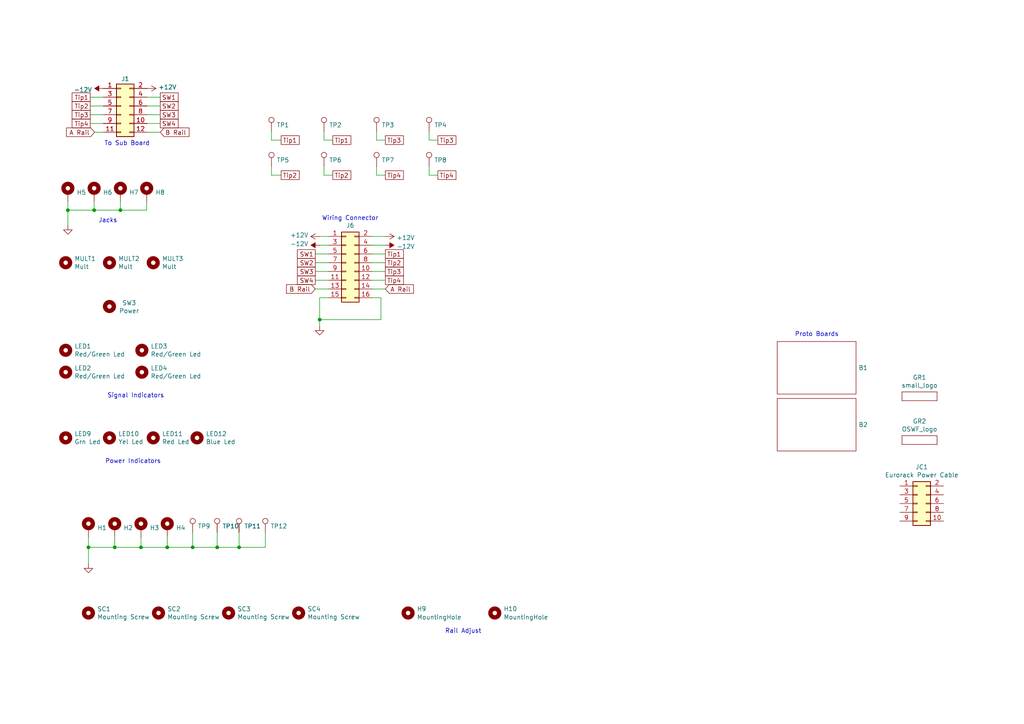
<source format=kicad_sch>
(kicad_sch (version 20231120) (generator "eeschema") (generator_version "8.0")
  (paper "A4")
  (title_block (title "PBJ EU") (rev "9.0") (company "Greenface Labs"))
  (lib_symbols
    (symbol "Connector:TestPoint" (pin_numbers hide) (pin_names (offset 0.762) hide)
      (property "Reference" "TP" (at 0 6.858 0))
      (property "Value" "TestPoint" (at 0 5.08 0))
      (symbol "TestPoint_0_1"
        (circle (center 0 3.302) (radius 0.762))
      )
      (symbol "TestPoint_1_1"
        (pin passive line (at 0 0 90) (length 2.54) (name "1") (number "1"))
      )
    )
    (symbol "Connector_Generic:Conn_02x05_Odd_Even" (pin_names (offset 1.016) hide)
      (property "Reference" "J" (at 1.27 7.62 0))
      (property "Value" "Conn_02x05_Odd_Even" (at 1.27 -7.62 0))
      (symbol "Conn_02x05_Odd_Even_1_1"
        (rectangle (start -1.27 -4.953) (end 0 -5.207) (stroke (width 0.1524)))
        (rectangle (start -1.27 -2.413) (end 0 -2.667) (stroke (width 0.1524)))
        (rectangle (start -1.27 0.127) (end 0 -0.127) (stroke (width 0.1524)))
        (rectangle (start -1.27 2.667) (end 0 2.413) (stroke (width 0.1524)))
        (rectangle (start -1.27 5.207) (end 0 4.953) (stroke (width 0.1524)))
        (rectangle (start -1.27 6.35) (end 3.81 -6.35) (stroke (width 0.254)) (fill (type background)))
        (rectangle (start 3.81 -4.953) (end 2.54 -5.207) (stroke (width 0.1524)))
        (rectangle (start 3.81 -2.413) (end 2.54 -2.667) (stroke (width 0.1524)))
        (rectangle (start 3.81 0.127) (end 2.54 -0.127) (stroke (width 0.1524)))
        (rectangle (start 3.81 2.667) (end 2.54 2.413) (stroke (width 0.1524)))
        (rectangle (start 3.81 5.207) (end 2.54 4.953) (stroke (width 0.1524)))
        (pin passive line (at -5.08 5.08 0) (length 3.81) (name "Pin_1") (number "1"))
        (pin passive line (at 7.62 -5.08 180) (length 3.81) (name "Pin_10") (number "10"))
        (pin passive line (at 7.62 5.08 180) (length 3.81) (name "Pin_2") (number "2"))
        (pin passive line (at -5.08 2.54 0) (length 3.81) (name "Pin_3") (number "3"))
        (pin passive line (at 7.62 2.54 180) (length 3.81) (name "Pin_4") (number "4"))
        (pin passive line (at -5.08 0 0) (length 3.81) (name "Pin_5") (number "5"))
        (pin passive line (at 7.62 0 180) (length 3.81) (name "Pin_6") (number "6"))
        (pin passive line (at -5.08 -2.54 0) (length 3.81) (name "Pin_7") (number "7"))
        (pin passive line (at 7.62 -2.54 180) (length 3.81) (name "Pin_8") (number "8"))
        (pin passive line (at -5.08 -5.08 0) (length 3.81) (name "Pin_9") (number "9"))
      )
    )
    (symbol "Connector_Generic:Conn_02x06_Odd_Even" (pin_names (offset 1.016) hide)
      (property "Reference" "J" (at 1.27 7.62 0))
      (property "Value" "Conn_02x06_Odd_Even" (at 1.27 -10.16 0))
      (symbol "Conn_02x06_Odd_Even_1_1"
        (rectangle (start -1.27 -7.493) (end 0 -7.747) (stroke (width 0.1524)))
        (rectangle (start -1.27 -4.953) (end 0 -5.207) (stroke (width 0.1524)))
        (rectangle (start -1.27 -2.413) (end 0 -2.667) (stroke (width 0.1524)))
        (rectangle (start -1.27 0.127) (end 0 -0.127) (stroke (width 0.1524)))
        (rectangle (start -1.27 2.667) (end 0 2.413) (stroke (width 0.1524)))
        (rectangle (start -1.27 5.207) (end 0 4.953) (stroke (width 0.1524)))
        (rectangle (start -1.27 6.35) (end 3.81 -8.89) (stroke (width 0.254)) (fill (type background)))
        (rectangle (start 3.81 -7.493) (end 2.54 -7.747) (stroke (width 0.1524)))
        (rectangle (start 3.81 -4.953) (end 2.54 -5.207) (stroke (width 0.1524)))
        (rectangle (start 3.81 -2.413) (end 2.54 -2.667) (stroke (width 0.1524)))
        (rectangle (start 3.81 0.127) (end 2.54 -0.127) (stroke (width 0.1524)))
        (rectangle (start 3.81 2.667) (end 2.54 2.413) (stroke (width 0.1524)))
        (rectangle (start 3.81 5.207) (end 2.54 4.953) (stroke (width 0.1524)))
        (pin passive line (at -5.08 5.08 0) (length 3.81) (name "Pin_1") (number "1"))
        (pin passive line (at 7.62 -5.08 180) (length 3.81) (name "Pin_10") (number "10"))
        (pin passive line (at -5.08 -7.62 0) (length 3.81) (name "Pin_11") (number "11"))
        (pin passive line (at 7.62 -7.62 180) (length 3.81) (name "Pin_12") (number "12"))
        (pin passive line (at 7.62 5.08 180) (length 3.81) (name "Pin_2") (number "2"))
        (pin passive line (at -5.08 2.54 0) (length 3.81) (name "Pin_3") (number "3"))
        (pin passive line (at 7.62 2.54 180) (length 3.81) (name "Pin_4") (number "4"))
        (pin passive line (at -5.08 0 0) (length 3.81) (name "Pin_5") (number "5"))
        (pin passive line (at 7.62 0 180) (length 3.81) (name "Pin_6") (number "6"))
        (pin passive line (at -5.08 -2.54 0) (length 3.81) (name "Pin_7") (number "7"))
        (pin passive line (at 7.62 -2.54 180) (length 3.81) (name "Pin_8") (number "8"))
        (pin passive line (at -5.08 -5.08 0) (length 3.81) (name "Pin_9") (number "9"))
      )
    )
    (symbol "Mechanical:MountingHole" (pin_names (offset 1.016))
      (property "Reference" "H" (at 0 5.08 0))
      (property "Value" "MountingHole" (at 0 3.175 0))
      (symbol "MountingHole_0_1"
        (circle (center 0 0) (radius 1.27) (stroke (width 1.27)))
      )
    )
    (symbol "Mechanical:MountingHole_Pad" (pin_numbers hide) (pin_names (offset 1.016) hide)
      (property "Reference" "H" (at 0 6.35 0))
      (property "Value" "MountingHole_Pad" (at 0 4.445 0))
      (symbol "MountingHole_Pad_0_1"
        (circle (center 0 1.27) (radius 1.27) (stroke (width 1.27)))
      )
      (symbol "MountingHole_Pad_1_1"
        (pin input line (at 0 -2.54 90) (length 2.54) (name "1") (number "1"))
      )
    )
    (symbol "greenface-symbols:Breadboard_400" (pin_names (offset 1.016))
      (property "Reference" "B" (at 0 0 0))
      (property "Value" "Breadboard_400" (at 0 0 0))
      (symbol "Breadboard_400_0_1"
        (rectangle (start -11.43 7.62) (end 11.43 -7.62))
      )
    )
    (symbol "greenface-symbols:Conn_02x08_Odd_Even_Female" (pin_names (offset 1.016) hide)
      (property "Reference" "J" (at 1.27 10.16 0))
      (property "Value" "Conn_02x08_Odd_Even_Female" (at 1.27 -12.7 0))
      (symbol "Conn_02x08_Odd_Even_Female_1_1"
        (rectangle (start -1.27 -10.033) (end 0 -10.287) (stroke (width 0.1524)))
        (rectangle (start -1.27 -7.493) (end 0 -7.747) (stroke (width 0.1524)))
        (rectangle (start -1.27 -4.953) (end 0 -5.207) (stroke (width 0.1524)))
        (rectangle (start -1.27 -2.413) (end 0 -2.667) (stroke (width 0.1524)))
        (rectangle (start -1.27 0.127) (end 0 -0.127) (stroke (width 0.1524)))
        (rectangle (start -1.27 2.667) (end 0 2.413) (stroke (width 0.1524)))
        (rectangle (start -1.27 5.207) (end 0 4.953) (stroke (width 0.1524)))
        (rectangle (start -1.27 7.747) (end 0 7.493) (stroke (width 0.1524)))
        (rectangle (start -1.27 8.89) (end 3.81 -11.43) (stroke (width 0.254)) (fill (type background)))
        (rectangle (start 3.81 -10.033) (end 2.54 -10.287) (stroke (width 0.1524)))
        (rectangle (start 3.81 -7.493) (end 2.54 -7.747) (stroke (width 0.1524)))
        (rectangle (start 3.81 -4.953) (end 2.54 -5.207) (stroke (width 0.1524)))
        (rectangle (start 3.81 -2.413) (end 2.54 -2.667) (stroke (width 0.1524)))
        (rectangle (start 3.81 0.127) (end 2.54 -0.127) (stroke (width 0.1524)))
        (rectangle (start 3.81 2.667) (end 2.54 2.413) (stroke (width 0.1524)))
        (rectangle (start 3.81 5.207) (end 2.54 4.953) (stroke (width 0.1524)))
        (rectangle (start 3.81 7.747) (end 2.54 7.493) (stroke (width 0.1524)))
        (pin passive line (at -5.08 7.62 0) (length 3.81) (name "Pin_1") (number "1"))
        (pin passive line (at 7.62 -2.54 180) (length 3.81) (name "Pin_10") (number "10"))
        (pin passive line (at -5.08 -5.08 0) (length 3.81) (name "Pin_11") (number "11"))
        (pin passive line (at 7.62 -5.08 180) (length 3.81) (name "Pin_12") (number "12"))
        (pin passive line (at -5.08 -7.62 0) (length 3.81) (name "Pin_13") (number "13"))
        (pin passive line (at 7.62 -7.62 180) (length 3.81) (name "Pin_14") (number "14"))
        (pin passive line (at -5.08 -10.16 0) (length 3.81) (name "Pin_15") (number "15"))
        (pin passive line (at 7.62 -10.16 180) (length 3.81) (name "Pin_16") (number "16"))
        (pin passive line (at 7.62 7.62 180) (length 3.81) (name "Pin_2") (number "2"))
        (pin passive line (at -5.08 5.08 0) (length 3.81) (name "Pin_3") (number "3"))
        (pin passive line (at 7.62 5.08 180) (length 3.81) (name "Pin_4") (number "4"))
        (pin passive line (at -5.08 2.54 0) (length 3.81) (name "Pin_5") (number "5"))
        (pin passive line (at 7.62 2.54 180) (length 3.81) (name "Pin_6") (number "6"))
        (pin passive line (at -5.08 0 0) (length 3.81) (name "Pin_7") (number "7"))
        (pin passive line (at 7.62 0 180) (length 3.81) (name "Pin_8") (number "8"))
        (pin passive line (at -5.08 -2.54 0) (length 3.81) (name "Pin_9") (number "9"))
      )
    )
    (symbol "greenface-symbols:small_logo" (pin_numbers hide) (pin_names (offset 0) hide)
      (property "Reference" "GR" (at 0 -2.54 0))
      (property "Value" "small_logo" (at 0 0 0))
      (symbol "small_logo_0_1"
        (rectangle (start -5.08 -1.27) (end -5.08 1.27))
        (rectangle (start -5.08 1.27) (end 5.08 1.27))
        (rectangle (start 5.08 -1.27) (end -5.08 -1.27))
        (rectangle (start 5.08 1.27) (end 5.08 -1.27))
      )
    )
    (symbol "power:+12V" (power) (pin_names (offset 0))
      (property "Value" "+12V" (at 0 3.556 0))
      (symbol "+12V_0_1"
        (polyline (pts (xy -0.762 1.27) (xy 0 2.54)))
        (polyline (pts (xy 0 0) (xy 0 2.54)))
        (polyline (pts (xy 0 2.54) (xy 0.762 1.27)))
      )
      (symbol "+12V_1_1"
        (pin power_in line (at 0 0 90) (length 0) hide (name "+12V") (number "1"))
      )
    )
    (symbol "power:-12V" (power) (pin_names (offset 0))
      (property "Value" "-12V" (at 0 3.81 0))
      (symbol "-12V_0_0"
        (pin power_in line (at 0 0 90) (length 0) hide (name "-12V") (number "1"))
      )
      (symbol "-12V_0_1"
        (polyline (pts (xy 0 0) (xy 0 1.27) (xy 0.762 1.27) (xy 0 2.54) (xy -0.762 1.27) (xy 0 1.27)) (fill (type outline)))
      )
    )
    (symbol "power:GND" (power) (pin_names (offset 0))
      (property "Value" "GND" (at 0 -3.81 0))
      (symbol "GND_0_1"
        (polyline (pts (xy 0 0) (xy 0 -1.27) (xy 1.27 -1.27) (xy 0 -2.54) (xy -1.27 -1.27) (xy 0 -1.27)))
      )
      (symbol "GND_1_1"
        (pin power_in line (at 0 0 270) (length 0) hide (name "GND") (number "1"))
      )
    )
  )
  (junction (at 25.654 158.75))
  (junction (at 33.274 158.75))
  (junction (at 69.342 158.75))
  (junction (at 62.992 158.75))
  (junction (at 48.514 158.75))
  (junction (at 92.71 92.71))
  (junction (at 40.894 158.75))
  (junction (at 19.685 60.96))
  (junction (at 27.305 60.96))
  (junction (at 34.925 60.96))
  (junction (at 55.88 158.75))
  (wire (pts (xy 25.654 155.702) (xy 25.654 158.75)))
  (wire (pts (xy 33.274 158.75) (xy 40.894 158.75)))
  (wire (pts (xy 111.76 78.74) (xy 107.95 78.74)))
  (wire (pts (xy 95.25 76.2) (xy 91.44 76.2)))
  (wire (pts (xy 95.25 73.66) (xy 91.44 73.66)))
  (wire (pts (xy 109.22 40.64) (xy 109.22 38.1)))
  (wire (pts (xy 95.25 78.74) (xy 91.44 78.74)))
  (wire (pts (xy 127 40.64) (xy 124.46 40.64)))
  (wire (pts (xy 95.25 86.36) (xy 92.71 86.36)))
  (wire (pts (xy 110.49 86.36) (xy 107.95 86.36)))
  (wire (pts (xy 91.44 83.82) (xy 95.25 83.82)))
  (wire (pts (xy 48.514 158.75) (xy 48.514 155.702)))
  (wire (pts (xy 19.685 60.96) (xy 19.685 65.405)))
  (wire (pts (xy 26.162 28.194) (xy 29.972 28.194)))
  (wire (pts (xy 93.98 50.8) (xy 93.98 48.26)))
  (wire (pts (xy 92.71 92.71) (xy 110.49 92.71)))
  (wire (pts (xy 111.76 81.28) (xy 107.95 81.28)))
  (wire (pts (xy 26.162 35.814) (xy 29.972 35.814)))
  (wire (pts (xy 127 50.8) (xy 124.46 50.8)))
  (wire (pts (xy 111.76 68.58) (xy 107.95 68.58)))
  (wire (pts (xy 76.962 154.432) (xy 76.962 158.75)))
  (wire (pts (xy 25.654 158.75) (xy 25.654 163.576)))
  (wire (pts (xy 110.49 92.71) (xy 110.49 86.36)))
  (wire (pts (xy 19.685 58.42) (xy 19.685 60.96)))
  (wire (pts (xy 78.74 48.26) (xy 78.74 50.8)))
  (wire (pts (xy 96.52 40.64) (xy 93.98 40.64)))
  (wire (pts (xy 92.71 92.71) (xy 92.71 94.615)))
  (wire (pts (xy 42.672 28.194) (xy 46.482 28.194)))
  (wire (pts (xy 111.76 50.8) (xy 109.22 50.8)))
  (wire (pts (xy 95.25 68.58) (xy 92.71 68.58)))
  (wire (pts (xy 78.74 40.64) (xy 78.74 38.1)))
  (wire (pts (xy 26.162 33.274) (xy 29.972 33.274)))
  (wire (pts (xy 78.74 50.8) (xy 81.534 50.8)))
  (wire (pts (xy 34.925 58.42) (xy 34.925 60.96)))
  (wire (pts (xy 26.162 30.734) (xy 29.972 30.734)))
  (wire (pts (xy 40.894 155.702) (xy 40.894 158.75)))
  (wire (pts (xy 42.545 60.96) (xy 42.545 58.42)))
  (wire (pts (xy 92.71 71.12) (xy 95.25 71.12)))
  (wire (pts (xy 27.432 38.354) (xy 29.972 38.354)))
  (wire (pts (xy 92.71 86.36) (xy 92.71 92.71)))
  (wire (pts (xy 62.992 154.432) (xy 62.992 158.75)))
  (wire (pts (xy 27.305 60.96) (xy 34.925 60.96)))
  (wire (pts (xy 96.52 50.8) (xy 93.98 50.8)))
  (wire (pts (xy 62.992 158.75) (xy 69.342 158.75)))
  (wire (pts (xy 33.274 155.702) (xy 33.274 158.75)))
  (wire (pts (xy 107.95 83.82) (xy 111.76 83.82)))
  (wire (pts (xy 93.98 40.64) (xy 93.98 38.1)))
  (wire (pts (xy 81.534 40.64) (xy 78.74 40.64)))
  (wire (pts (xy 95.25 81.28) (xy 91.44 81.28)))
  (wire (pts (xy 55.88 154.432) (xy 55.88 158.75)))
  (wire (pts (xy 76.962 158.75) (xy 69.342 158.75)))
  (wire (pts (xy 111.76 40.64) (xy 109.22 40.64)))
  (wire (pts (xy 124.46 40.64) (xy 124.46 38.1)))
  (wire (pts (xy 111.76 76.2) (xy 107.95 76.2)))
  (wire (pts (xy 27.305 58.42) (xy 27.305 60.96)))
  (wire (pts (xy 25.654 158.75) (xy 33.274 158.75)))
  (wire (pts (xy 42.672 35.814) (xy 46.482 35.814)))
  (wire (pts (xy 19.685 60.96) (xy 27.305 60.96)))
  (wire (pts (xy 107.95 71.12) (xy 111.76 71.12)))
  (wire (pts (xy 42.672 33.274) (xy 46.482 33.274)))
  (wire (pts (xy 40.894 158.75) (xy 48.514 158.75)))
  (wire (pts (xy 42.672 38.354) (xy 46.482 38.354)))
  (wire (pts (xy 42.672 30.734) (xy 46.482 30.734)))
  (wire (pts (xy 124.46 50.8) (xy 124.46 48.26)))
  (wire (pts (xy 69.342 154.432) (xy 69.342 158.75)))
  (wire (pts (xy 111.76 73.66) (xy 107.95 73.66)))
  (wire (pts (xy 34.925 60.96) (xy 42.545 60.96)))
  (wire (pts (xy 48.514 158.75) (xy 55.88 158.75)))
  (wire (pts (xy 55.88 158.75) (xy 62.992 158.75)))
  (wire (pts (xy 109.22 50.8) (xy 109.22 48.26)))
  (text "Proto Boards" (at 230.505 97.79 0) (effects (font (size 1.27 1.27)) (justify left bottom)))
  (text "Wiring Connector" (at 93.345 64.135 0) (effects (font (size 1.27 1.27)) (justify left bottom)))
  (text "Power Indicators" (at 30.48 134.62 0) (effects (font (size 1.27 1.27)) (justify left bottom)))
  (text "To Sub Board" (at 30.226 42.418 0) (effects (font (size 1.27 1.27)) (justify left bottom)))
  (text "Rail Adjust" (at 134.366 183.134 0) (effects (font (size 1.27 1.27))))
  (text "Jacks" (at 28.575 64.77 0) (effects (font (size 1.27 1.27)) (justify left bottom)))
  (text "Signal Indicators" (at 31.115 115.57 0) (effects (font (size 1.27 1.27)) (justify left bottom)))
  (global_label "Tip2" (shape passive) (at 111.76 76.2 0) (property "Intersheetrefs" "${INTERSHEET_REFS}" (effects (hide yes))))
  (global_label "B Rail" (shape input) (at 46.482 38.354 0) (property "Intersheetrefs" "${INTERSHEET_REFS}" (effects (hide yes))))
  (global_label "Tip4" (shape passive) (at 111.76 81.28 0) (property "Intersheetrefs" "${INTERSHEET_REFS}" (effects (hide yes))))
  (global_label "Tip4" (shape passive) (at 111.76 50.8 0) (property "Intersheetrefs" "${INTERSHEET_REFS}" (effects (hide yes))))
  (global_label "Tip2" (shape passive) (at 26.162 30.734 180) (property "Intersheetrefs" "${INTERSHEET_REFS}" (effects (hide yes))))
  (global_label "Tip4" (shape passive) (at 127 50.8 0) (property "Intersheetrefs" "${INTERSHEET_REFS}" (effects (hide yes))))
  (global_label "SW2" (shape passive) (at 46.482 30.734 0) (property "Intersheetrefs" "${INTERSHEET_REFS}" (effects (hide yes))))
  (global_label "Tip2" (shape passive) (at 96.52 50.8 0) (property "Intersheetrefs" "${INTERSHEET_REFS}" (effects (hide yes))))
  (global_label "A Rail" (shape input) (at 111.76 83.82 0) (property "Intersheetrefs" "${INTERSHEET_REFS}" (effects (hide yes))))
  (global_label "Tip1" (shape passive) (at 81.534 40.64 0) (property "Intersheetrefs" "${INTERSHEET_REFS}" (effects (hide yes))))
  (global_label "Tip1" (shape passive) (at 26.162 28.194 180) (property "Intersheetrefs" "${INTERSHEET_REFS}" (effects (hide yes))))
  (global_label "Tip3" (shape passive) (at 127 40.64 0) (property "Intersheetrefs" "${INTERSHEET_REFS}" (effects (hide yes))))
  (global_label "Tip3" (shape passive) (at 26.162 33.274 180) (property "Intersheetrefs" "${INTERSHEET_REFS}" (effects (hide yes))))
  (global_label "Tip1" (shape passive) (at 111.76 73.66 0) (property "Intersheetrefs" "${INTERSHEET_REFS}" (effects (hide yes))))
  (global_label "Tip2" (shape passive) (at 81.534 50.8 0) (property "Intersheetrefs" "${INTERSHEET_REFS}" (effects (hide yes))))
  (global_label "SW4" (shape passive) (at 46.482 35.814 0) (property "Intersheetrefs" "${INTERSHEET_REFS}" (effects (hide yes))))
  (global_label "Tip4" (shape passive) (at 26.162 35.814 180) (property "Intersheetrefs" "${INTERSHEET_REFS}" (effects (hide yes))))
  (global_label "B Rail" (shape input) (at 91.44 83.82 180) (property "Intersheetrefs" "${INTERSHEET_REFS}" (effects (hide yes))))
  (global_label "SW1" (shape passive) (at 46.482 28.194 0) (property "Intersheetrefs" "${INTERSHEET_REFS}" (effects (hide yes))))
  (global_label "SW3" (shape passive) (at 91.44 78.74 180) (property "Intersheetrefs" "${INTERSHEET_REFS}" (effects (hide yes))))
  (global_label "SW2" (shape passive) (at 91.44 76.2 180) (property "Intersheetrefs" "${INTERSHEET_REFS}" (effects (hide yes))))
  (global_label "Tip3" (shape passive) (at 111.76 78.74 0) (property "Intersheetrefs" "${INTERSHEET_REFS}" (effects (hide yes))))
  (global_label "SW1" (shape passive) (at 91.44 73.66 180) (property "Intersheetrefs" "${INTERSHEET_REFS}" (effects (hide yes))))
  (global_label "SW3" (shape passive) (at 46.482 33.274 0) (property "Intersheetrefs" "${INTERSHEET_REFS}" (effects (hide yes))))
  (global_label "A Rail" (shape input) (at 27.432 38.354 180) (property "Intersheetrefs" "${INTERSHEET_REFS}" (effects (hide yes))))
  (global_label "Tip3" (shape passive) (at 111.76 40.64 0) (property "Intersheetrefs" "${INTERSHEET_REFS}" (effects (hide yes))))
  (global_label "SW4" (shape passive) (at 91.44 81.28 180) (property "Intersheetrefs" "${INTERSHEET_REFS}" (effects (hide yes))))
  (global_label "Tip1" (shape passive) (at 96.52 40.64 0) (property "Intersheetrefs" "${INTERSHEET_REFS}" (effects (hide yes))))
  (symbol (lib_id "Connector:TestPoint") (at 78.74 38.1 0) (unit 1)
    (property "Reference" "TP1" (at 80.2132 36.2712 0) (effects (justify left)))
    (property "Value" "TestPoint" (effects (hide yes)))
    (property "Footprint" "TestPoint:TestPoint_Keystone_5005-5009_Compact" (effects (hide yes)))
    (property "Digi-Key Part" "36-5006-ND" (effects (hide yes)))
  )
  (symbol (lib_id "Connector:TestPoint") (at 93.98 38.1 0) (unit 1)
    (property "Reference" "TP2" (at 95.4532 36.2712 0) (effects (justify left)))
    (property "Value" "TestPoint" (effects (hide yes)))
    (property "Footprint" "TestPoint:TestPoint_Keystone_5005-5009_Compact" (effects (hide yes)))
    (property "Digi-Key Part" "36-5006-ND" (effects (hide yes)))
  )
  (symbol (lib_id "Connector:TestPoint") (at 109.22 38.1 0) (unit 1)
    (property "Reference" "TP3" (at 110.6932 36.2712 0) (effects (justify left)))
    (property "Value" "TestPoint" (effects (hide yes)))
    (property "Footprint" "TestPoint:TestPoint_Keystone_5005-5009_Compact" (effects (hide yes)))
    (property "Digi-Key Part" "36-5006-ND" (effects (hide yes)))
  )
  (symbol (lib_id "Connector:TestPoint") (at 124.46 38.1 0) (unit 1)
    (property "Reference" "TP4" (at 125.9332 36.2712 0) (effects (justify left)))
    (property "Value" "TestPoint" (effects (hide yes)))
    (property "Footprint" "TestPoint:TestPoint_Keystone_5005-5009_Compact" (effects (hide yes)))
    (property "Digi-Key Part" "36-5006-ND" (effects (hide yes)))
  )
  (symbol (lib_id "greenface-symbols:Conn_02x08_Odd_Even_Female") (at 100.33 76.2 0) (unit 1)
    (property "Reference" "J6" (at 101.6 65.405 0))
    (property "Value" "Conn_02x08_Odd_Even_Female" (effects (hide yes)))
    (property "Footprint" "Connector_PinHeader_2.54mm:PinHeader_2x08_P2.54mm_Vertical" (effects (hide yes)))
    (property "Digi-Key Part" "S7111-ND" (effects (hide yes)))
  )
  (symbol (lib_id "power:+12V") (at 92.71 68.58 90) (unit 1)
    (property "Reference" "#PWR022" (effects (hide yes)))
    (property "Value" "+12V" (at 89.4588 68.199 90) (effects (justify left)))
  )
  (symbol (lib_id "power:-12V") (at 92.71 71.12 90) (unit 1)
    (property "Reference" "#PWR023" (effects (hide yes)))
    (property "Value" "-12V" (at 89.4588 70.739 90) (effects (justify left)))
  )
  (symbol (lib_id "power:+12V") (at 111.76 68.58 270) (unit 1)
    (property "Reference" "#PWR026" (effects (hide yes)))
    (property "Value" "+12V" (at 115.0112 68.961 90) (effects (justify left)))
  )
  (symbol (lib_id "power:-12V") (at 111.76 71.12 270) (unit 1)
    (property "Reference" "#PWR027" (effects (hide yes)))
    (property "Value" "-12V" (at 115.0112 71.501 90) (effects (justify left)))
  )
  (symbol (lib_id "Mechanical:MountingHole") (at 31.75 88.9 0) (mirror y) (unit 1) (in_bom no)
    (property "Reference" "SW3" (at 37.465 87.8586 0))
    (property "Value" "Power" (at 37.465 90.17 0))
    (property "Footprint" "panel:MFS201N−9−Z" (effects (hide yes)))
  )
  (symbol (lib_id "greenface-symbols:small_logo") (at 266.7 114.935 0) (unit 1) (in_bom no) (on_board no)
    (property "Reference" "GR1" (at 266.7 109.474 0))
    (property "Value" "small_logo" (at 266.7 111.7854 0))
    (property "Footprint" "panel:small_face" (effects (hide yes)))
  )
  (symbol (lib_id "Mechanical:MountingHole_Pad") (at 25.654 153.162 0) (unit 1) (in_bom no)
    (property "Reference" "H1" (at 28.194 153.0858 0) (effects (justify left)))
    (property "Value" "MountingHole_Pad" (effects (hide yes)))
    (property "Footprint" "panel:MountingHole_3.2mm_M3_SmPad" (effects (hide yes)))
  )
  (symbol (lib_id "Mechanical:MountingHole_Pad") (at 33.274 153.162 0) (unit 1) (in_bom no)
    (property "Reference" "H2" (at 35.814 153.0858 0) (effects (justify left)))
    (property "Value" "MountingHole_Pad" (effects (hide yes)))
    (property "Footprint" "panel:MountingHole_3.2mm_M3_SmPad" (effects (hide yes)))
  )
  (symbol (lib_id "Mechanical:MountingHole_Pad") (at 40.894 153.162 0) (unit 1) (in_bom no)
    (property "Reference" "H3" (at 43.434 153.0858 0) (effects (justify left)))
    (property "Value" "MountingHole_Pad" (effects (hide yes)))
    (property "Footprint" "panel:MountingHole_3.2mm_M3_SmPad" (effects (hide yes)))
  )
  (symbol (lib_id "Mechanical:MountingHole_Pad") (at 48.514 153.162 0) (unit 1) (in_bom no)
    (property "Reference" "H4" (at 51.054 153.0858 0) (effects (justify left)))
    (property "Value" "MountingHole_Pad" (effects (hide yes)))
    (property "Footprint" "panel:MountingHole_3.2mm_M3_SmPad" (effects (hide yes)))
  )
  (symbol (lib_id "Connector:TestPoint") (at 55.88 154.432 0) (unit 1)
    (property "Reference" "TP9" (at 57.3532 152.6032 0) (effects (justify left)))
    (property "Value" "TestPoint" (effects (hide yes)))
    (property "Footprint" "TestPoint:TestPoint_Keystone_5005-5009_Compact" (effects (hide yes)))
  )
  (symbol (lib_id "Connector:TestPoint") (at 62.992 154.432 0) (unit 1)
    (property "Reference" "TP10" (at 64.4652 152.6032 0) (effects (justify left)))
    (property "Value" "TestPoint" (effects (hide yes)))
    (property "Footprint" "TestPoint:TestPoint_Keystone_5005-5009_Compact" (effects (hide yes)))
  )
  (symbol (lib_id "Connector:TestPoint") (at 69.342 154.432 0) (unit 1)
    (property "Reference" "TP11" (at 70.8152 152.6032 0) (effects (justify left)))
    (property "Value" "TestPoint" (effects (hide yes)))
    (property "Footprint" "TestPoint:TestPoint_Keystone_5005-5009_Compact" (effects (hide yes)))
  )
  (symbol (lib_id "Connector:TestPoint") (at 76.962 154.432 0) (unit 1)
    (property "Reference" "TP12" (at 78.4352 152.6032 0) (effects (justify left)))
    (property "Value" "TestPoint" (effects (hide yes)))
    (property "Footprint" "TestPoint:TestPoint_Keystone_5005-5009_Compact" (effects (hide yes)))
  )
  (symbol (lib_id "greenface-symbols:Breadboard_400") (at 236.855 106.68 0) (unit 1)
    (property "Reference" "B1" (at 248.9962 106.68 0) (effects (justify left)))
    (property "Value" "Breadboard_400" (effects (hide yes)))
    (property "Footprint" "panel:Proto_400" (effects (hide yes)))
    (property "Digi-Key Part" "1286-1185-ND" (effects (hide yes)))
  )
  (symbol (lib_id "greenface-symbols:Breadboard_400") (at 236.855 123.19 0) (unit 1)
    (property "Reference" "B2" (at 248.9962 123.19 0) (effects (justify left)))
    (property "Value" "Breadboard_400" (effects (hide yes)))
    (property "Footprint" "panel:Proto_400" (effects (hide yes)))
    (property "Digi-Key Part" "1286-1185-ND" (effects (hide yes)))
  )
  (symbol (lib_id "greenface-symbols:small_logo") (at 266.7 127.635 0) (unit 1) (in_bom no)
    (property "Reference" "GR2" (at 266.7 122.174 0))
    (property "Value" "OSWF_logo" (at 266.7 124.4854 0))
    (property "Footprint" "Symbol:OSHW-Logo2_9.8x8mm_SilkScreen" (effects (hide yes)))
  )
  (symbol (lib_id "Mechanical:MountingHole") (at 25.654 177.8 0) (unit 1) (on_board no)
    (property "Reference" "SC1" (at 28.194 176.6316 0) (effects (justify left)))
    (property "Value" "Mounting Screw" (at 28.194 178.943 0) (effects (justify left)))
    (property "Digi-Key Part" "335-1156-ND" (effects (hide yes)))
  )
  (symbol (lib_id "Mechanical:MountingHole_Pad") (at 42.545 55.88 0) (unit 1) (in_bom no)
    (property "Reference" "H8" (at 45.085 55.8038 0) (effects (justify left)))
    (property "Value" "MountingHole_Pad" (effects (hide yes)))
    (property "Footprint" "panel:Jack_3.5mm_QingPu_WQP-PJ398SM_Vertical" (effects (hide yes)))
    (property "Other" "https://synthcube.com/cart/3.5mm-audio-jacks" (effects (hide yes)))
  )
  (symbol (lib_id "Mechanical:MountingHole") (at 19.05 101.6 0) (unit 1) (in_bom no)
    (property "Reference" "LED1" (at 21.59 100.4316 0) (effects (justify left)))
    (property "Value" "Red/Green Led" (at 21.59 102.743 0) (effects (justify left)))
    (property "Footprint" "panel:3mmLED_seethru_small" (effects (hide yes)))
  )
  (symbol (lib_id "Mechanical:MountingHole") (at 86.614 177.8 0) (unit 1) (on_board no)
    (property "Reference" "SC4" (at 89.154 176.6316 0) (effects (justify left)))
    (property "Value" "Mounting Screw" (at 89.154 178.943 0) (effects (justify left)))
    (property "Digi-Key Part" "335-1156-ND" (effects (hide yes)))
  )
  (symbol (lib_id "power:-12V") (at 29.972 25.654 90) (mirror x) (unit 1)
    (property "Reference" "#PWR0101" (effects (hide yes)))
    (property "Value" "-12V" (at 26.7208 26.035 90) (effects (justify left)))
  )
  (symbol (lib_id "Mechanical:MountingHole") (at 143.51 177.8 0) (unit 1) (exclude_from_sim yes) (in_bom no)
    (property "Reference" "H10" (at 146.05 176.5878 0) (effects (justify left)))
    (property "Value" "MountingHole" (at 146.05 179.0121 0) (effects (justify left)))
    (property "Footprint" "MountingHole:MountingHole_3.2mm_M3" (effects (hide yes)))
    (property "Description" "Mounting Hole without connection" (effects (hide yes)))
  )
  (symbol (lib_id "Connector_Generic:Conn_02x06_Odd_Even") (at 35.052 30.734 0) (unit 1)
    (property "Reference" "J1" (at 36.322 22.86 0))
    (property "Value" "Conn_02x06_Odd_Even" (effects (hide yes)))
    (property "Footprint" "greenface:PinSocket_2x06_P2.54mm_Vertical_SMD_no_holes" (effects (hide yes)))
    (property "Description" "Generic connector, double row, 02x06, odd/even pin numbering scheme (row 1 odd numbers, row 2 even numbers), script generated (kicad-library-utils/schlib/autogen/connector/)" (effects (hide yes)))
    (property "Digi-Key Part" "S5715-ND" (effects (hide yes)))
    (property "LCSC Part #" "C3975151" (effects (hide yes)))
  )
  (symbol (lib_id "Mechanical:MountingHole") (at 118.364 177.8 0) (unit 1) (exclude_from_sim yes) (in_bom no)
    (property "Reference" "H9" (at 120.904 176.5878 0) (effects (justify left)))
    (property "Value" "MountingHole" (at 120.904 179.0121 0) (effects (justify left)))
    (property "Footprint" "MountingHole:MountingHole_3.2mm_M3" (effects (hide yes)))
    (property "Description" "Mounting Hole without connection" (effects (hide yes)))
  )
  (symbol (lib_id "Connector:TestPoint") (at 109.22 48.26 0) (unit 1)
    (property "Reference" "TP7" (at 110.6932 46.4312 0) (effects (justify left)))
    (property "Value" "TestPoint" (effects (hide yes)))
    (property "Footprint" "TestPoint:TestPoint_Keystone_5005-5009_Compact" (effects (hide yes)))
    (property "Digi-Key Part" "36-5006-ND" (effects (hide yes)))
  )
  (symbol (lib_id "Connector:TestPoint") (at 78.74 48.26 0) (unit 1)
    (property "Reference" "TP5" (at 80.2132 46.4312 0) (effects (justify left)))
    (property "Value" "TestPoint" (effects (hide yes)))
    (property "Footprint" "TestPoint:TestPoint_Keystone_5005-5009_Compact" (effects (hide yes)))
    (property "Digi-Key Part" "36-5006-ND" (effects (hide yes)))
  )
  (symbol (lib_id "Mechanical:MountingHole_Pad") (at 34.925 55.88 0) (unit 1) (in_bom no)
    (property "Reference" "H7" (at 37.465 55.8038 0) (effects (justify left)))
    (property "Value" "MountingHole_Pad" (effects (hide yes)))
    (property "Footprint" "panel:Jack_3.5mm_QingPu_WQP-PJ398SM_Vertical" (effects (hide yes)))
    (property "Other" "https://synthcube.com/cart/3.5mm-audio-jacks" (effects (hide yes)))
  )
  (symbol (lib_id "Mechanical:MountingHole") (at 44.45 127 0) (unit 1) (in_bom no)
    (property "Reference" "LED11" (at 46.99 125.8316 0) (effects (justify left)))
    (property "Value" "Red Led" (at 46.99 128.143 0) (effects (justify left)))
    (property "Footprint" "panel:3mmLED_seethru_small" (effects (hide yes)))
  )
  (symbol (lib_id "Mechanical:MountingHole") (at 41.148 107.95 0) (unit 1) (in_bom no)
    (property "Reference" "LED4" (at 43.688 106.7816 0) (effects (justify left)))
    (property "Value" "Red/Green Led" (at 43.688 109.093 0) (effects (justify left)))
    (property "Footprint" "panel:3mmLED_seethru_small" (effects (hide yes)))
  )
  (symbol (lib_id "power:GND") (at 25.654 163.576 0) (unit 1)
    (property "Reference" "#PWR017" (effects (hide yes)))
    (property "Value" "GND" (effects (hide yes)))
  )
  (symbol (lib_id "power:GND") (at 19.685 65.405 0) (unit 1)
    (property "Reference" "#PWR01" (effects (hide yes)))
    (property "Value" "GND" (effects (hide yes)))
  )
  (symbol (lib_id "power:GND") (at 92.71 94.615 0) (unit 1)
    (property "Reference" "#PWR024" (effects (hide yes)))
    (property "Value" "GND" (effects (hide yes)))
  )
  (symbol (lib_id "Mechanical:MountingHole") (at 44.45 76.2 0) (unit 1) (in_bom no)
    (property "Reference" "MULT3" (at 46.99 75.0316 0) (effects (justify left)))
    (property "Value" "Mult" (at 46.99 77.343 0) (effects (justify left)))
    (property "Footprint" "panel:EG1248" (effects (hide yes)))
  )
  (symbol (lib_id "Mechanical:MountingHole") (at 19.05 76.2 0) (unit 1) (in_bom no)
    (property "Reference" "MULT1" (at 21.59 75.0316 0) (effects (justify left)))
    (property "Value" "Mult" (at 21.59 77.343 0) (effects (justify left)))
    (property "Footprint" "panel:EG1248" (effects (hide yes)))
  )
  (symbol (lib_id "Mechanical:MountingHole_Pad") (at 19.685 55.88 0) (unit 1) (in_bom no)
    (property "Reference" "H5" (at 22.225 55.8038 0) (effects (justify left)))
    (property "Value" "MountingHole_Pad" (effects (hide yes)))
    (property "Footprint" "panel:Jack_3.5mm_QingPu_WQP-PJ398SM_Vertical" (effects (hide yes)))
    (property "Other" "https://synthcube.com/cart/3.5mm-audio-jacks" (effects (hide yes)))
  )
  (symbol (lib_id "Connector:TestPoint") (at 93.98 48.26 0) (unit 1)
    (property "Reference" "TP6" (at 95.4532 46.4312 0) (effects (justify left)))
    (property "Value" "TestPoint" (effects (hide yes)))
    (property "Footprint" "TestPoint:TestPoint_Keystone_5005-5009_Compact" (effects (hide yes)))
    (property "Digi-Key Part" "36-5006-ND" (effects (hide yes)))
  )
  (symbol (lib_id "Connector_Generic:Conn_02x05_Odd_Even") (at 266.065 146.05 0) (unit 1) (on_board no)
    (property "Reference" "JC1" (at 267.335 135.4582 0))
    (property "Value" "Eurorack Power Cable" (at 267.335 137.7696 0))
    (property "Digi-Key Part" "H3CCS-1018G-ND" (effects (hide yes)))
  )
  (symbol (lib_id "Mechanical:MountingHole") (at 45.974 177.8 0) (unit 1) (on_board no)
    (property "Reference" "SC2" (at 48.514 176.6316 0) (effects (justify left)))
    (property "Value" "Mounting Screw" (at 48.514 178.943 0) (effects (justify left)))
    (property "Digi-Key Part" "335-1156-ND" (effects (hide yes)))
  )
  (symbol (lib_id "Mechanical:MountingHole") (at 31.75 127 0) (unit 1) (in_bom no)
    (property "Reference" "LED10" (at 34.29 125.8316 0) (effects (justify left)))
    (property "Value" "Yel Led" (at 34.29 128.143 0) (effects (justify left)))
    (property "Footprint" "panel:3mmLED_seethru_small" (effects (hide yes)))
  )
  (symbol (lib_id "power:+12V") (at 42.672 25.654 270) (mirror x) (unit 1)
    (property "Reference" "#PWR0102" (effects (hide yes)))
    (property "Value" "+12V" (at 45.9232 25.273 90) (effects (justify left)))
  )
  (symbol (lib_id "Mechanical:MountingHole") (at 31.75 76.2 0) (unit 1) (in_bom no)
    (property "Reference" "MULT2" (at 34.29 75.0316 0) (effects (justify left)))
    (property "Value" "Mult" (at 34.29 77.343 0) (effects (justify left)))
    (property "Footprint" "panel:EG1248" (effects (hide yes)))
  )
  (symbol (lib_id "Mechanical:MountingHole") (at 57.15 127 0) (unit 1) (in_bom no)
    (property "Reference" "LED12" (at 59.69 125.8316 0) (effects (justify left)))
    (property "Value" "Blue Led" (at 59.69 128.143 0) (effects (justify left)))
    (property "Footprint" "panel:3mmLED_seethru_small" (effects (hide yes)))
  )
  (symbol (lib_id "Mechanical:MountingHole") (at 19.05 127 0) (unit 1) (in_bom no)
    (property "Reference" "LED9" (at 21.59 125.8316 0) (effects (justify left)))
    (property "Value" "Grn Led" (at 21.59 128.143 0) (effects (justify left)))
    (property "Footprint" "panel:3mmLED_seethru_small" (effects (hide yes)))
  )
  (symbol (lib_id "Mechanical:MountingHole") (at 41.148 101.6 0) (unit 1) (in_bom no)
    (property "Reference" "LED3" (at 43.688 100.4316 0) (effects (justify left)))
    (property "Value" "Red/Green Led" (at 43.688 102.743 0) (effects (justify left)))
    (property "Footprint" "panel:3mmLED_seethru_small" (effects (hide yes)))
  )
  (symbol (lib_id "Mechanical:MountingHole") (at 66.294 177.8 0) (unit 1) (on_board no)
    (property "Reference" "SC3" (at 68.834 176.6316 0) (effects (justify left)))
    (property "Value" "Mounting Screw" (at 68.834 178.943 0) (effects (justify left)))
    (property "Digi-Key Part" "335-1156-ND" (effects (hide yes)))
  )
  (symbol (lib_id "Connector:TestPoint") (at 124.46 48.26 0) (unit 1)
    (property "Reference" "TP8" (at 125.9332 46.4312 0) (effects (justify left)))
    (property "Value" "TestPoint" (effects (hide yes)))
    (property "Footprint" "TestPoint:TestPoint_Keystone_5005-5009_Compact" (effects (hide yes)))
    (property "Digi-Key Part" "36-5006-ND" (effects (hide yes)))
  )
  (symbol (lib_id "Mechanical:MountingHole") (at 19.05 107.95 0) (unit 1) (in_bom no)
    (property "Reference" "LED2" (at 21.59 106.7816 0) (effects (justify left)))
    (property "Value" "Red/Green Led" (at 21.59 109.093 0) (effects (justify left)))
    (property "Footprint" "panel:3mmLED_seethru_small" (effects (hide yes)))
  )
  (symbol (lib_id "Mechanical:MountingHole_Pad") (at 27.305 55.88 0) (unit 1) (in_bom no)
    (property "Reference" "H6" (at 29.845 55.8038 0) (effects (justify left)))
    (property "Value" "MountingHole_Pad" (effects (hide yes)))
    (property "Footprint" "panel:Jack_3.5mm_QingPu_WQP-PJ398SM_Vertical" (effects (hide yes)))
    (property "Other" "https://synthcube.com/cart/3.5mm-audio-jacks" (effects (hide yes)))
  )
)
</source>
